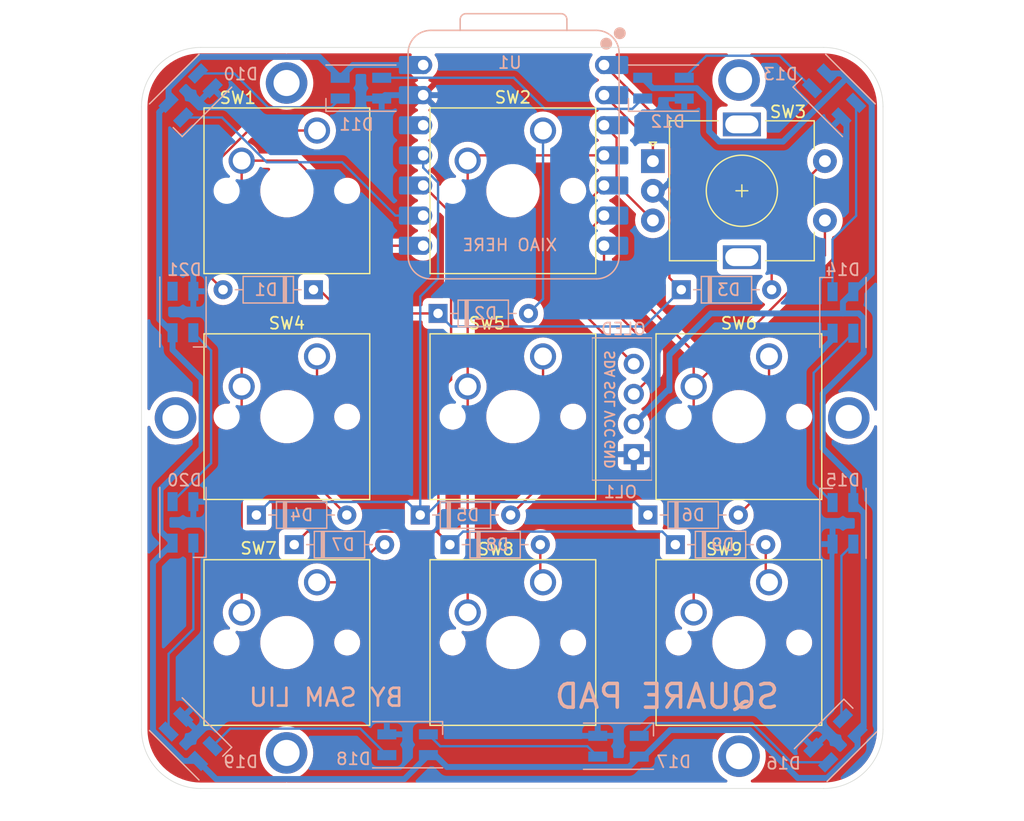
<source format=kicad_pcb>
(kicad_pcb (version 20240108) (generator "pcbnew") (generator_version "8.0")
  (layers (0 "F.Cu" signal) (31 "B.Cu" signal) (34 "B.Paste" user) (35 "F.Paste" user) (36 "B.SilkS" user "B.Silkscreen") (37 "F.SilkS" user "F.Silkscreen") (38 "B.Mask" user) (39 "F.Mask" user) (44 "Edge.Cuts" user))
  (net 0 "")
  (net 1 "ROW0")
  (net 2 "Net-(D1-A)")
  (net 3 "Net-(D2-A)")
  (net 4 "ROW1")
  (net 5 "Net-(D4-A)")
  (net 6 "Net-(D5-A)")
  (net 7 "Net-(D6-A)")
  (net 8 "ROW2")
  (net 9 "Net-(D7-A)")
  (net 10 "Net-(D8-A)")
  (net 11 "+5V")
  (net 12 "LED")
  (net 13 "GND")
  (net 14 "Net-(D10-DOUT)")
  (net 15 "Net-(D11-DOUT)")
  (net 16 "Net-(D12-DOUT)")
  (net 17 "Net-(D13-DOUT)")
  (net 18 "Net-(D14-DOUT)")
  (net 19 "Net-(D16-DOUT)")
  (net 20 "OL_SCL")
  (net 21 "OL_SDA")
  (net 22 "COL0")
  (net 23 "COL1")
  (net 24 "COL2")
  (net 25 "EN_SW1")
  (net 27 "EN_A")
  (net 28 "EN_B")
  (net 29 "Net-(D9-A)")
  (net 30 "Net-(D18-DOUT)")
  (net 31 "Net-(D19-DOUT)")
  (net 32 "Net-(D20-DOUT)")
  (net 33 "Net-(D17-DOUT)")
  (net 35 "Net-(D15-DOUT)")
  (footprint "MountingHole:MountingHole_2.2mm_M2_ISO7380_Pad" (layer "F.Cu") (at 166.422 128.791661)
    (property "Reference" "REF**" (hide yes))
    (property "Value" "MountingHole_2.2mm_M2_ISO7380_Pad")
    (pad "1" thru_hole circle (at 0 0) (size 3.5 3.5) (drill 2.2) (layers "*.Cu" "*.Mask"))
  )
  (footprint "Library:SW_Cherry_MX_1.00u_PCB" (layer "F.Cu") (at 130.85 95.0765)
    (property "Reference" "SW4" (at -2.54 -2.794 0) (layer "F.SilkS"))
    (property "Value" "SW_Push")
    (pad "" np_thru_hole circle (at -7.62 5.08) (size 1.7 1.7) (drill 1.7) (layers "*.Cu" "*.Mask"))
    (pad "" np_thru_hole circle (at -2.54 5.08) (size 4 4) (drill 4) (layers "*.Cu" "*.Mask"))
    (pad "" np_thru_hole circle (at 2.54 5.08) (size 1.7 1.7) (drill 1.7) (layers "*.Cu" "*.Mask"))
    (pad "1" thru_hole circle (at 0 0) (size 2.2 2.2) (drill 1.5) (layers "*.Cu" "*.Mask") (net 5 "Net-(D4-A)"))
    (pad "2" thru_hole circle (at -6.35 2.54) (size 2.2 2.2) (drill 1.5) (layers "*.Cu" "*.Mask") (net 22 "COL0"))
  )
  (footprint "Rotary_Encoder:RotaryEncoder_Alps_EC11E-Switch_Vertical_H20mm" (layer "F.Cu") (at 159.16 78.6065)
    (property "Reference" "SW3" (at 11.392 -4.155 0) (layer "F.SilkS"))
    (property "Value" "RotaryEncoder_Switch")
    (pad "A" thru_hole rect (at 0 0) (size 2 2) (drill 1) (layers "*.Cu" "*.Mask") (net 27 "EN_A"))
    (pad "B" thru_hole circle (at 0 5) (size 2 2) (drill 1) (layers "*.Cu" "*.Mask") (net 28 "EN_B"))
    (pad "C" thru_hole circle (at 0 2.5) (size 2 2) (drill 1) (layers "*.Cu" "*.Mask") (net 13 "GND"))
    (pad "MP" thru_hole rect (at 7.5 -3.1) (size 3.2 2) (drill oval 2.8 1.5) (layers "*.Cu" "*.Mask"))
    (pad "MP" thru_hole rect (at 7.5 8.1) (size 3.2 2) (drill oval 2.8 1.5) (layers "*.Cu" "*.Mask"))
    (pad "S1" thru_hole circle (at 14.5 5) (size 2 2) (drill 1) (layers "*.Cu" "*.Mask") (net 24 "COL2"))
    (pad "S2" thru_hole circle (at 14.5 0) (size 2 2) (drill 1) (layers "*.Cu" "*.Mask") (net 25 "EN_SW1"))
  )
  (footprint "Library:SW_Cherry_MX_1.00u_PCB" (layer "F.Cu") (at 130.85 76.0265)
    (property "Reference" "SW1" (at -6.678 -2.759839 0) (layer "F.SilkS"))
    (property "Value" "SW_Push")
    (pad "" np_thru_hole circle (at -7.62 5.08) (size 1.7 1.7) (drill 1.7) (layers "*.Cu" "*.Mask"))
    (pad "" np_thru_hole circle (at -2.54 5.08) (size 4 4) (drill 4) (layers "*.Cu" "*.Mask"))
    (pad "" np_thru_hole circle (at 2.54 5.08) (size 1.7 1.7) (drill 1.7) (layers "*.Cu" "*.Mask"))
    (pad "1" thru_hole circle (at 0 0) (size 2.2 2.2) (drill 1.5) (layers "*.Cu" "*.Mask") (net 2 "Net-(D1-A)"))
    (pad "2" thru_hole circle (at -6.35 2.54) (size 2.2 2.2) (drill 1.5) (layers "*.Cu" "*.Mask") (net 22 "COL0"))
  )
  (footprint "Library:SW_Cherry_MX_1.00u_PCB" (layer "F.Cu") (at 168.95 114.1265)
    (property "Reference" "SW9" (at -3.778 -2.794 0) (layer "F.SilkS"))
    (property "Value" "SW_Push")
    (pad "" np_thru_hole circle (at -7.62 5.08) (size 1.7 1.7) (drill 1.7) (layers "*.Cu" "*.Mask"))
    (pad "" np_thru_hole circle (at -2.54 5.08) (size 4 4) (drill 4) (layers "*.Cu" "*.Mask"))
    (pad "" np_thru_hole circle (at 2.54 5.08) (size 1.7 1.7) (drill 1.7) (layers "*.Cu" "*.Mask"))
    (pad "1" thru_hole circle (at 0 0) (size 2.2 2.2) (drill 1.5) (layers "*.Cu" "*.Mask") (net 29 "Net-(D9-A)"))
    (pad "2" thru_hole circle (at -6.35 2.54) (size 2.2 2.2) (drill 1.5) (layers "*.Cu" "*.Mask") (net 24 "COL2"))
  )
  (footprint "MountingHole:MountingHole_2.2mm_M2_ISO7380_Pad" (layer "F.Cu") (at 118.922 100.266661)
    (property "Reference" "REF**" (hide yes))
    (property "Value" "MountingHole_2.2mm_M2_ISO7380_Pad")
    (pad "1" thru_hole circle (at 0 0) (size 3.5 3.5) (drill 2.2) (layers "*.Cu" "*.Mask"))
  )
  (footprint "Library:SW_Cherry_MX_1.00u_PCB" (layer "F.Cu") (at 130.85 114.1265)
    (property "Reference" "SW7" (at -4.928 -2.859839 0) (layer "F.SilkS"))
    (property "Value" "SW_Push")
    (pad "" np_thru_hole circle (at -7.62 5.08) (size 1.7 1.7) (drill 1.7) (layers "*.Cu" "*.Mask"))
    (pad "" np_thru_hole circle (at -2.54 5.08) (size 4 4) (drill 4) (layers "*.Cu" "*.Mask"))
    (pad "" np_thru_hole circle (at 2.54 5.08) (size 1.7 1.7) (drill 1.7) (layers "*.Cu" "*.Mask"))
    (pad "1" thru_hole circle (at 0 0) (size 2.2 2.2) (drill 1.5) (layers "*.Cu" "*.Mask") (net 9 "Net-(D7-A)"))
    (pad "2" thru_hole circle (at -6.35 2.54) (size 2.2 2.2) (drill 1.5) (layers "*.Cu" "*.Mask") (net 22 "COL0"))
  )
  (footprint "MountingHole:MountingHole_2.2mm_M2_ISO7380_Pad" (layer "F.Cu") (at 175.672 100.266661)
    (property "Reference" "REF**" (hide yes))
    (property "Value" "MountingHole_2.2mm_M2_ISO7380_Pad")
    (pad "1" thru_hole circle (at 0 0) (size 3.5 3.5) (drill 2.2) (layers "*.Cu" "*.Mask"))
  )
  (footprint "Library:SW_Cherry_MX_1.00u_PCB" (layer "F.Cu") (at 149.9 76.0265)
    (property "Reference" "SW2" (at -2.54 -2.794 0) (layer "F.SilkS"))
    (property "Value" "SW_Push")
    (pad "" np_thru_hole circle (at -7.62 5.08) (size 1.7 1.7) (drill 1.7) (layers "*.Cu" "*.Mask"))
    (pad "" np_thru_hole circle (at -2.54 5.08) (size 4 4) (drill 4) (layers "*.Cu" "*.Mask"))
    (pad "" np_thru_hole circle (at 2.54 5.08) (size 1.7 1.7) (drill 1.7) (layers "*.Cu" "*.Mask"))
    (pad "1" thru_hole circle (at 0 0) (size 2.2 2.2) (drill 1.5) (layers "*.Cu" "*.Mask") (net 3 "Net-(D2-A)"))
    (pad "2" thru_hole circle (at -6.35 2.54) (size 2.2 2.2) (drill 1.5) (layers "*.Cu" "*.Mask") (net 23 "COL1"))
  )
  (footprint "MountingHole:MountingHole_2.2mm_M2_ISO7380_Pad" (layer "F.Cu") (at 128.285 72.016661)
    (property "Reference" "REF**" (hide yes))
    (property "Value" "MountingHole_2.2mm_M2_ISO7380_Pad")
    (pad "1" thru_hole circle (at 0 0) (size 3.5 3.5) (drill 2.2) (layers "*.Cu" "*.Mask"))
  )
  (footprint "Library:SW_Cherry_MX_1.00u_PCB" (layer "F.Cu") (at 149.9 95.0765)
    (property "Reference" "SW5" (at -4.728 -2.794 0) (layer "F.SilkS"))
    (property "Value" "SW_Push")
    (pad "" np_thru_hole circle (at -7.62 5.08) (size 1.7 1.7) (drill 1.7) (layers "*.Cu" "*.Mask"))
    (pad "" np_thru_hole circle (at -2.54 5.08) (size 4 4) (drill 4) (layers "*.Cu" "*.Mask"))
    (pad "" np_thru_hole circle (at 2.54 5.08) (size 1.7 1.7) (drill 1.7) (layers "*.Cu" "*.Mask"))
    (pad "1" thru_hole circle (at 0 0) (size 2.2 2.2) (drill 1.5) (layers "*.Cu" "*.Mask") (net 6 "Net-(D5-A)"))
    (pad "2" thru_hole circle (at -6.35 2.54) (size 2.2 2.2) (drill 1.5) (layers "*.Cu" "*.Mask") (net 23 "COL1"))
  )
  (footprint "Library:SW_Cherry_MX_1.00u_PCB" (layer "F.Cu") (at 149.9 114.1265)
    (property "Reference" "SW8" (at -3.978 -2.794 0) (layer "F.SilkS"))
    (property "Value" "SW_Push")
    (pad "" np_thru_hole circle (at -7.62 5.08) (size 1.7 1.7) (drill 1.7) (layers "*.Cu" "*.Mask"))
    (pad "" np_thru_hole circle (at -2.54 5.08) (size 4 4) (drill 4) (layers "*.Cu" "*.Mask"))
    (pad "" np_thru_hole circle (at 2.54 5.08) (size 1.7 1.7) (drill 1.7) (layers "*.Cu" "*.Mask"))
    (pad "1" thru_hole circle (at 0 0) (size 2.2 2.2) (drill 1.5) (layers "*.Cu" "*.Mask") (net 10 "Net-(D8-A)"))
    (pad "2" thru_hole circle (at -6.35 2.54) (size 2.2 2.2) (drill 1.5) (layers "*.Cu" "*.Mask") (net 23 "COL1"))
  )
  (footprint "Library:SW_Cherry_MX_1.00u_PCB" (layer "F.Cu") (at 168.95 95.0765)
    (property "Reference" "SW6" (at -2.54 -2.794 0) (layer "F.SilkS"))
    (property "Value" "SW_Push")
    (pad "" np_thru_hole circle (at -7.62 5.08) (size 1.7 1.7) (drill 1.7) (layers "*.Cu" "*.Mask"))
    (pad "" np_thru_hole circle (at -2.54 5.08) (size 4 4) (drill 4) (layers "*.Cu" "*.Mask"))
    (pad "" np_thru_hole circle (at 2.54 5.08) (size 1.7 1.7) (drill 1.7) (layers "*.Cu" "*.Mask"))
    (pad "1" thru_hole circle (at 0 0) (size 2.2 2.2) (drill 1.5) (layers "*.Cu" "*.Mask") (net 7 "Net-(D6-A)"))
    (pad "2" thru_hole circle (at -6.35 2.54) (size 2.2 2.2) (drill 1.5) (layers "*.Cu" "*.Mask") (net 24 "COL2"))
  )
  (footprint "MountingHole:MountingHole_2.2mm_M2_ISO7380_Pad" (layer "F.Cu") (at 166.422 71.766661)
    (property "Reference" "REF**" (hide yes))
    (property "Value" "MountingHole_2.2mm_M2_ISO7380_Pad")
    (pad "1" thru_hole circle (at 0 0) (size 3.5 3.5) (drill 2.2) (layers "*.Cu" "*.Mask"))
  )
  (footprint "MountingHole:MountingHole_2.2mm_M2_ISO7380_Pad" (layer "F.Cu") (at 128.285 128.516661)
    (property "Reference" "REF**" (hide yes))
    (property "Value" "MountingHole_2.2mm_M2_ISO7380_Pad")
    (pad "1" thru_hole circle (at 0 0) (size 3.5 3.5) (drill 2.2) (layers "*.Cu" "*.Mask"))
  )
  (footprint "Diode_THT:D_DO-35_SOD27_P7.62mm_Horizontal" (layer "B.Cu") (at 128.932 110.9515)
    (property "Reference" "D7" (at 4.12 0 0) (layer "B.SilkS") (effects (justify mirror)))
    (property "Value" "1N4148")
    (pad "1" thru_hole rect (at 0 0) (size 1.6 1.6) (drill 0.8) (layers "*.Cu" "*.Mask") (net 8 "ROW2"))
    (pad "2" thru_hole oval (at 7.62 0) (size 1.6 1.6) (drill 0.8) (layers "*.Cu" "*.Mask") (net 9 "Net-(D7-A)"))
  )
  (footprint "Library:LED_SK6812MINI_PLCC4_3.5x3.5mm_P1.75mm" (layer "B.Cu") (at 119.552 109.073653 -90)
    (property "Reference" "D20" (at -3.556992 -0.12 180) (layer "B.SilkS") (effects (justify mirror)))
    (property "Value" "SK6812MINI")
    (pad "1" smd rect (at -1.75 0.875 270) (size 1.6 0.85) (layers "B.Cu" "B.Paste" "B.Mask") (net 32 "Net-(D20-DOUT)"))
    (pad "2" smd rect (at -1.75 -0.875 270) (size 1.6 0.85) (layers "B.Cu" "B.Paste" "B.Mask") (net 13 "GND"))
    (pad "3" smd rect (at 1.75 -0.875 270) (size 1.6 0.85) (layers "B.Cu" "B.Paste" "B.Mask") (net 31 "Net-(D19-DOUT)"))
    (pad "4" smd rect (at 1.75 0.875 270) (size 1.6 0.85) (layers "B.Cu" "B.Paste" "B.Mask") (net 11 "+5V"))
  )
  (footprint "Diode_THT:D_DO-35_SOD27_P7.62mm_Horizontal" (layer "B.Cu") (at 142.052 110.9515)
    (property "Reference" "D8" (at 4 0 0) (layer "B.SilkS") (effects (justify mirror)))
    (property "Value" "1N4148")
    (pad "1" thru_hole rect (at 0 0) (size 1.6 1.6) (drill 0.8) (layers "*.Cu" "*.Mask") (net 8 "ROW2"))
    (pad "2" thru_hole oval (at 7.62 0) (size 1.6 1.6) (drill 0.8) (layers "*.Cu" "*.Mask") (net 10 "Net-(D8-A)"))
  )
  (footprint "Diode_THT:D_DO-35_SOD27_P7.62mm_Horizontal" (layer "B.Cu") (at 141.052 91.4515)
    (property "Reference" "D2" (at 4 0 0) (layer "B.SilkS") (effects (justify mirror)))
    (property "Value" "1N4148")
    (pad "1" thru_hole rect (at 0 0) (size 1.6 1.6) (drill 0.8) (layers "*.Cu" "*.Mask") (net 1 "ROW0"))
    (pad "2" thru_hole oval (at 7.62 0) (size 1.6 1.6) (drill 0.8) (layers "*.Cu" "*.Mask") (net 3 "Net-(D2-A)"))
  )
  (footprint "Library:LED_SK6812MINI_PLCC4_3.5x3.5mm_P1.75mm" (layer "B.Cu") (at 120.195845 73.070218 -135)
    (property "Reference" "D10" (at -4.26365 -1.713035 180) (layer "B.SilkS") (effects (justify mirror)))
    (property "Value" "SK6812MINI")
    (pad "1" smd rect (at -1.749999 0.875 225) (size 1.6 0.85) (layers "B.Cu" "B.Paste" "B.Mask") (net 14 "Net-(D10-DOUT)"))
    (pad "2" smd rect (at -1.749999 -0.875 225) (size 1.6 0.85) (layers "B.Cu" "B.Paste" "B.Mask") (net 13 "GND"))
    (pad "3" smd rect (at 1.749999 -0.875 225) (size 1.6 0.85) (layers "B.Cu" "B.Paste" "B.Mask") (net 12 "LED"))
    (pad "4" smd rect (at 1.749999 0.875 225) (size 1.6 0.85) (layers "B.Cu" "B.Paste" "B.Mask") (net 11 "+5V"))
  )
  (footprint "Diode_THT:D_DO-35_SOD27_P7.62mm_Horizontal" (layer "B.Cu") (at 158.742 108.4515)
    (property "Reference" "D6" (at 3.81 0 0) (layer "B.SilkS") (effects (justify mirror)))
    (property "Value" "1N4148")
    (pad "1" thru_hole rect (at 0 0) (size 1.6 1.6) (drill 0.8) (layers "*.Cu" "*.Mask") (net 4 "ROW1"))
    (pad "2" thru_hole oval (at 7.62 0) (size 1.6 1.6) (drill 0.8) (layers "*.Cu" "*.Mask") (net 7 "Net-(D6-A)"))
  )
  (footprint "Library:LED_SK6812MINI_PLCC4_3.5x3.5mm_P1.75mm" (layer "B.Cu") (at 175.177 109.152797 90)
    (property "Reference" "D15" (at 3.636136 -0.005 0) (layer "B.SilkS") (effects (justify mirror)))
    (property "Value" "SK6812MINI")
    (pad "1" smd rect (at -1.75 0.875 90) (size 1.6 0.85) (layers "B.Cu" "B.Paste" "B.Mask") (net 35 "Net-(D15-DOUT)"))
    (pad "2" smd rect (at -1.75 -0.875 90) (size 1.6 0.85) (layers "B.Cu" "B.Paste" "B.Mask") (net 13 "GND"))
    (pad "3" smd rect (at 1.75 -0.875 90) (size 1.6 0.85) (layers "B.Cu" "B.Paste" "B.Mask") (net 18 "Net-(D14-DOUT)"))
    (pad "4" smd rect (at 1.75 0.875 90) (size 1.6 0.85) (layers "B.Cu" "B.Paste" "B.Mask") (net 11 "+5V"))
  )
  (footprint "Diode_THT:D_DO-35_SOD27_P7.62mm_Horizontal" (layer "B.Cu") (at 139.552 108.4515)
    (property "Reference" "D5" (at 4 0 0) (layer "B.SilkS") (effects (justify mirror)))
    (property "Value" "1N4148")
    (pad "1" thru_hole rect (at 0 0) (size 1.6 1.6) (drill 0.8) (layers "*.Cu" "*.Mask") (net 4 "ROW1"))
    (pad "2" thru_hole oval (at 7.62 0) (size 1.6 1.6) (drill 0.8) (layers "*.Cu" "*.Mask") (net 6 "Net-(D5-A)"))
  )
  (footprint "Library:LED_SK6812MINI_PLCC4_3.5x3.5mm_P1.75mm" (layer "B.Cu") (at 138.486171 127.8265)
    (property "Reference" "D18" (at -4.564171 1.190161 0) (layer "B.SilkS") (effects (justify mirror)))
    (property "Value" "SK6812MINI")
    (pad "1" smd rect (at -1.75 0.875) (size 1.6 0.85) (layers "B.Cu" "B.Paste" "B.Mask") (net 30 "Net-(D18-DOUT)"))
    (pad "2" smd rect (at -1.75 -0.875) (size 1.6 0.85) (layers "B.Cu" "B.Paste" "B.Mask") (net 13 "GND"))
    (pad "3" smd rect (at 1.75 -0.875) (size 1.6 0.85) (layers "B.Cu" "B.Paste" "B.Mask") (net 33 "Net-(D17-DOUT)"))
    (pad "4" smd rect (at 1.75 0.875) (size 1.6 0.85) (layers "B.Cu" "B.Paste" "B.Mask") (net 11 "+5V"))
  )
  (footprint "Seeed Studio XIAO Series Library:XIAO-RP2040-DIP" (layer "B.Cu") (at 147.42 78.12 180)
    (property "Reference" "U1" (at 0.32 7.82 0) (layer "B.SilkS") (effects (justify mirror)))
    (property "Value" "XIAO-RP2040-DIP")
    (pad "1" smd roundrect (at -8.455 7.62) (size 2.432 1.524) (layers "B.Cu" "B.Mask") (roundrect_rratio 0.1) (net 1 "ROW0"))
    (pad "1" thru_hole circle (at -7.62 7.62) (size 1.524 1.524) (drill 0.889) (layers "*.Cu" "*.Mask") (net 1 "ROW0"))
    (pad "2" smd roundrect (at -8.455 5.08) (size 2.432 1.524) (layers "B.Cu" "B.Mask") (roundrect_rratio 0.1) (net 27 "EN_A"))
    (pad "2" thru_hole circle (at -7.62 5.08) (size 1.524 1.524) (drill 0.889) (layers "*.Cu" "*.Mask") (net 27 "EN_A"))
    (pad "3" smd roundrect (at -8.455 2.54) (size 2.432 1.524) (layers "B.Cu" "B.Mask") (roundrect_rratio 0.1) (net 28 "EN_B"))
    (pad "3" thru_hole circle (at -7.62 2.54) (size 1.524 1.524) (drill 0.889) (layers "*.Cu" "*.Mask") (net 28 "EN_B"))
    (pad "4" smd roundrect (at -8.455 0) (size 2.432 1.524) (layers "B.Cu" "B.Mask") (roundrect_rratio 0.1) (net 23 "COL1"))
    (pad "4" thru_hole circle (at -7.62 0) (size 1.524 1.524) (drill 0.889) (layers "*.Cu" "*.Mask") (net 23 "COL1"))
    (pad "5" smd roundrect (at -8.455 -2.54) (size 2.432 1.524) (layers "B.Cu" "B.Mask") (roundrect_rratio 0.1) (net 21 "OL_SDA"))
    (pad "5" thru_hole circle (at -7.62 -2.54) (size 1.524 1.524) (drill 0.889) (layers "*.Cu" "*.Mask") (net 21 "OL_SDA"))
    (pad "6" smd roundrect (at -8.455 -5.08) (size 2.432 1.524) (layers "B.Cu" "B.Mask") (roundrect_rratio 0.1) (net 20 "OL_SCL"))
    (pad "6" thru_hole circle (at -7.62 -5.08) (size 1.524 1.524) (drill 0.889) (layers "*.Cu" "*.Mask") (net 20 "OL_SCL"))
    (pad "7" smd roundrect (at -8.455 -7.62) (size 2.432 1.524) (layers "B.Cu" "B.Mask") (roundrect_rratio 0.1) (net 24 "COL2"))
    (pad "7" thru_hole circle (at -7.62 -7.62) (size 1.524 1.524) (drill 0.889) (layers "*.Cu" "*.Mask") (net 24 "COL2"))
    (pad "8" thru_hole circle (at 7.62 -7.62 180) (size 1.524 1.524) (drill 0.889) (layers "*.Cu" "*.Mask") (net 22 "COL0"))
    (pad "8" smd roundrect (at 8.455 -7.62 180) (size 2.432 1.524) (layers "B.Cu" "B.Mask") (roundrect_rratio 0.1) (net 22 "COL0"))
    (pad "9" thru_hole circle (at 7.62 -5.08 180) (size 1.524 1.524) (drill 0.889) (layers "*.Cu" "*.Mask") (net 12 "LED"))
    (pad "9" smd roundrect (at 8.455 -5.08 180) (size 2.432 1.524) (layers "B.Cu" "B.Mask") (roundrect_rratio 0.1) (net 12 "LED"))
    (pad "10" thru_hole circle (at 7.62 -2.54 180) (size 1.524 1.524) (drill 0.889) (layers "*.Cu" "*.Mask") (net 8 "ROW2"))
    (pad "10" smd roundrect (at 8.455 -2.54 180) (size 2.432 1.524) (layers "B.Cu" "B.Mask") (roundrect_rratio 0.1) (net 8 "ROW2"))
    (pad "11" thru_hole circle (at 7.62 0 180) (size 1.524 1.524) (drill 0.889) (layers "*.Cu" "*.Mask") (net 4 "ROW1"))
    (pad "11" smd roundrect (at 8.455 0 180) (size 2.432 1.524) (layers "B.Cu" "B.Mask") (roundrect_rratio 0.1) (net 4 "ROW1"))
    (pad "12" thru_hole circle (at 7.62 2.54 180) (size 1.524 1.524) (drill 0.889) (layers "*.Cu" "*.Mask"))
    (pad "12" smd roundrect (at 8.455 2.54 180) (size 2.432 1.524) (layers "B.Cu" "B.Mask") (roundrect_rratio 0.1))
    (pad "13" thru_hole circle (at 7.62 5.08 180) (size 1.524 1.524) (drill 0.889) (layers "*.Cu" "*.Mask") (net 13 "GND"))
    (pad "13" smd roundrect (at 8.455 5.08 180) (size 2.432 1.524) (layers "B.Cu" "B.Mask") (roundrect_rratio 0.1) (net 13 "GND"))
    (pad "14" thru_hole circle (at 7.62 7.62 180) (size 1.524 1.524) (drill 0.889) (layers "*.Cu" "*.Mask") (net 11 "+5V"))
    (pad "14" smd roundrect (at 8.455 7.62 180) (size 2.432 1.524) (layers "B.Cu" "B.Mask") (roundrect_rratio 0.1) (net 11 "+5V"))
  )
  (footprint "KiCad-SSD1306-0.91-OLED-4pin-128x32:SSD1306-0.91-OLED-4pin-128x32" (layer "B.Cu") (at 121.052 105.514)
    (property "Reference" "OL1" (at 35.37 1.002661 0) (layer "B.SilkS") (effects (justify mirror)))
    (property "Value" "OLED")
    (fp_text user "SDA" (at 34.5 -9.81 90) (layer "B.SilkS") (effects (font (size 0.8 0.8)) (justify mirror)))
    (fp_text user "SCL" (at 34.5 -7.27 90) (layer "B.SilkS") (effects (font (size 0.8 0.8)) (justify mirror)))
    (fp_text user "OLED" (at 35.62 -12.747339 0) (layer "B.SilkS") (effects (justify mirror)))
    (fp_text user "GND" (at 34.5 -2.19 90) (layer "B.SilkS") (effects (font (size 0.8 0.8)) (justify mirror)))
    (fp_text user "VCC" (at 34.5 -4.73 90) (layer "B.SilkS") (effects (font (size 0.8 0.8)) (justify mirror)))
    (pad "1" thru_hole rect (at 36.5 -2.19) (size 1.7 1.7) (drill 1) (layers "*.Cu" "*.Mask") (net 13 "GND"))
    (pad "2" thru_hole oval (at 36.5 -4.73) (size 1.7 1.7) (drill 1) (layers "*.Cu" "*.Mask") (net 11 "+5V"))
    (pad "3" thru_hole oval (at 36.5 -7.27) (size 1.7 1.7) (drill 1) (layers "*.Cu" "*.Mask") (net 20 "OL_SCL"))
    (pad "4" thru_hole oval (at 36.5 -9.81) (size 1.7 1.7) (drill 1) (layers "*.Cu" "*.Mask") (net 21 "OL_SDA"))
  )
  (footprint "Library:LED_SK6812MINI_PLCC4_3.5x3.5mm_P1.75mm" (layer "B.Cu") (at 174.552 127.4515 45)
    (property "Reference" "D16" (at -4.472128 -1.722127 0) (layer "B.SilkS") (effects (justify mirror)))
    (property "Value" "SK6812MINI")
    (pad "1" smd rect (at -1.749999 0.875 45) (size 1.6 0.85) (layers "B.Cu" "B.Paste" "B.Mask") (net 19 "Net-(D16-DOUT)"))
    (pad "2" smd rect (at -1.749999 -0.875 45) (size 1.6 0.85) (layers "B.Cu" "B.Paste" "B.Mask") (net 13 "GND"))
    (pad "3" smd rect (at 1.749999 -0.875 45) (size 1.6 0.85) (layers "B.Cu" "B.Paste" "B.Mask") (net 35 "Net-(D15-DOUT)"))
    (pad "4" smd rect (at 1.749999 0.875 45) (size 1.6 0.85) (layers "B.Cu" "B.Paste" "B.Mask") (net 11 "+5V"))
  )
  (footprint "Diode_THT:D_DO-35_SOD27_P7.62mm_Horizontal" (layer "B.Cu") (at 161.552 89.4515)
    (property "Reference" "D3" (at 4 0 0) (layer "B.SilkS") (effects (justify mirror)))
    (property "Value" "1N4148")
    (pad "1" thru_hole rect (at 0 0) (size 1.6 1.6) (drill 0.8) (layers "*.Cu" "*.Mask") (net 1 "ROW0"))
    (pad "2" thru_hole oval (at 7.62 0) (size 1.6 1.6) (drill 0.8) (layers "*.Cu" "*.Mask") (net 25 "EN_SW1"))
  )
  (footprint "Library:LED_SK6812MINI_PLCC4_3.5x3.5mm_P1.75mm" (layer "B.Cu") (at 160.052 72.4515 180)
    (property "Reference" "D12" (at -0.37 -2.815161 180) (layer "B.SilkS") (effects (justify mirror)))
    (property "Value" "SK6812MINI")
    (pad "1" smd rect (at -1.75 0.875 180) (size 1.6 0.85) (layers "B.Cu" "B.Paste" "B.Mask") (net 16 "Net-(D12-DOUT)"))
    (pad "2" smd rect (at -1.75 -0.875 180) (size 1.6 0.85) (layers "B.Cu" "B.Paste" "B.Mask") (net 13 "GND"))
    (pad "3" smd rect (at 1.75 -0.875 180) (size 1.6 0.85) (layers "B.Cu" "B.Paste" "B.Mask") (net 15 "Net-(D11-DOUT)"))
    (pad "4" smd rect (at 1.75 0.875 180) (size 1.6 0.85) (layers "B.Cu" "B.Paste" "B.Mask") (net 11 "+5V"))
  )
  (footprint "Diode_THT:D_DO-35_SOD27_P7.62mm_Horizontal" (layer "B.Cu") (at 161.052 110.9515)
    (property "Reference" "D9" (at 4 0 0) (layer "B.SilkS") (effects (justify mirror)))
    (property "Value" "1N4148")
    (pad "1" thru_hole rect (at 0 0) (size 1.6 1.6) (drill 0.8) (layers "*.Cu" "*.Mask") (net 8 "ROW2"))
    (pad "2" thru_hole oval (at 7.62 0) (size 1.6 1.6) (drill 0.8) (layers "*.Cu" "*.Mask") (net 29 "Net-(D9-A)"))
  )
  (footprint "Library:LED_SK6812MINI_PLCC4_3.5x3.5mm_P1.75mm" (layer "B.Cu") (at 174.433282 73.070218 135)
    (property "Reference" "D13" (at 4.465265 -1.914651 0) (layer "B.SilkS") (effects (justify mirror)))
    (property "Value" "SK6812MINI")
    (pad "1" smd rect (at -1.749999 0.875 135) (size 1.6 0.85) (layers "B.Cu" "B.Paste" "B.Mask") (net 17 "Net-(D13-DOUT)"))
    (pad "2" smd rect (at -1.749999 -0.875 135) (size 1.6 0.85) (layers "B.Cu" "B.Paste" "B.Mask") (net 13 "GND"))
    (pad "3" smd rect (at 1.749999 -0.875 135) (size 1.6 0.85) (layers "B.Cu" "B.Paste" "B.Mask") (net 16 "Net-(D12-DOUT)"))
    (pad "4" smd rect (at 1.749999 0.875 135) (size 1.6 0.85) (layers "B.Cu" "B.Paste" "B.Mask") (net 11 "+5V"))
  )
  (footprint "Library:LED_SK6812MINI_PLCC4_3.5x3.5mm_P1.75mm" (layer "B.Cu") (at 175.177 91.368919 90)
    (property "Reference" "D14" (at 3.602258 -0.005 0) (layer "B.SilkS") (effects (justify mirror)))
    (property "Value" "SK6812MINI")
    (pad "1" smd rect (at -1.75 0.875 90) (size 1.6 0.85) (layers "B.Cu" "B.Paste" "B.Mask") (net 18 "Net-(D14-DOUT)"))
    (pad "2" smd rect (at -1.75 -0.875 90) (size 1.6 0.85) (layers "B.Cu" "B.Paste" "B.Mask") (net 13 "GND"))
    (pad "3" smd rect (at 1.75 -0.875 90) (size 1.6 0.85) (layers "B.Cu" "B.Paste" "B.Mask") (net 17 "Net-(D13-DOUT)"))
    (pad "4" smd rect (at 1.75 0.875 90) (size 1.6 0.85) (layers "B.Cu" "B.Paste" "B.Mask") (net 11 "+5V"))
  )
  (footprint "Diode_THT:D_DO-35_SOD27_P7.62mm_Horizontal" (layer "B.Cu") (at 130.552 89.4515 180)
    (property "Reference" "D1" (at 4 0 180) (layer "B.SilkS") (effects (justify mirror)))
    (property "Value" "1N4148")
    (pad "1" thru_hole rect (at 0 0 180) (size 1.6 1.6) (drill 0.8) (layers "*.Cu" "*.Mask") (net 1 "ROW0"))
    (pad "2" thru_hole oval (at 7.62 0 180) (size 1.6 1.6) (drill 0.8) (layers "*.Cu" "*.Mask") (net 2 "Net-(D1-A)"))
  )
  (footprint "Library:LED_SK6812MINI_PLCC4_3.5x3.5mm_P1.75mm" (layer "B.Cu") (at 119.552 91.329347 -90)
    (property "Reference" "D21" (at -3.562686 -0.12 180) (layer "B.SilkS") (effects (justify mirror)))
    (property "Value" "SK6812MINI")
    (pad "1" smd rect (at -1.75 0.875 270) (size 1.6 0.85) (layers "B.Cu" "B.Paste" "B.Mask"))
    (pad "2" smd rect (at -1.75 -0.875 270) (size 1.6 0.85) (layers "B.Cu" "B.Paste" "B.Mask") (net 13 "GND"))
    (pad "3" smd rect (at 1.75 -0.875 270) (size 1.6 0.85) (layers "B.Cu" "B.Paste" "B.Mask") (net 32 "Net-(D20-DOUT)"))
    (pad "4" smd rect (at 1.75 0.875 270) (size 1.6 0.85) (layers "B.Cu" "B.Paste" "B.Mask") (net 11 "+5V"))
  )
  (footprint "Library:LED_SK6812MINI_PLCC4_3.5x3.5mm_P1.75mm" (layer "B.Cu") (at 120.195845 127.332782 -45)
    (property "Reference" "D19" (at 4.355802 -1.620884 0) (layer "B.SilkS") (effects (justify mirror)))
    (property "Value" "SK6812MINI")
    (pad "1" smd rect (at -1.749999 0.875 315) (size 1.6 0.85) (layers "B.Cu" "B.Paste" "B.Mask") (net 31 "Net-(D19-DOUT)"))
    (pad "2" smd rect (at -1.749999 -0.875 315) (size 1.6 0.85) (layers "B.Cu" "B.Paste" "B.Mask") (net 13 "GND"))
    (pad "3" smd rect (at 1.749999 -0.875 315) (size 1.6 0.85) (layers "B.Cu" "B.Paste" "B.Mask") (net 30 "Net-(D18-DOUT)"))
    (pad "4" smd rect (at 1.749999 0.875 315) (size 1.6 0.85) (layers "B.Cu" "B.Paste" "B.Mask") (net 11 "+5V"))
  )
  (footprint "Library:LED_SK6812MINI_PLCC4_3.5x3.5mm_P1.75mm" (layer "B.Cu") (at 134.552 72.4515 180)
    (property "Reference" "D11" (at 0.38 -3.065161 180) (layer "B.SilkS") (effects (justify mirror)))
    (property "Value" "SK6812MINI")
    (pad "1" smd rect (at -1.75 0.875 180) (size 1.6 0.85) (layers "B.Cu" "B.Paste" "B.Mask") (net 15 "Net-(D11-DOUT)"))
    (pad "2" smd rect (at -1.75 -0.875 180) (size 1.6 0.85) (layers "B.Cu" "B.Paste" "B.Mask") (net 13 "GND"))
    (pad "3" smd rect (at 1.75 -0.875 180) (size 1.6 0.85) (layers "B.Cu" "B.Paste" "B.Mask") (net 14 "Net-(D10-DOUT)"))
    (pad "4" smd rect (at 1.75 0.875 180) (size 1.6 0.85) (layers "B.Cu" "B.Paste" "B.Mask") (net 11 "+5V"))
  )
  (footprint "Library:LED_SK6812MINI_PLCC4_3.5x3.5mm_P1.75mm" (layer "B.Cu") (at 156.261674 127.9515)
    (property "Reference" "D17" (at 4.660326 1.315161 0) (layer "B.SilkS") (effects (justify mirror)))
    (property "Value" "SK6812MINI")
    (pad "1" smd rect (at -1.75 0.875) (size 1.6 0.85) (layers "B.Cu" "B.Paste" "B.Mask") (net 33 "Net-(D17-DOUT)"))
    (pad "2" smd rect (at -1.75 -0.875) (size 1.6 0.85) (layers "B.Cu" "B.Paste" "B.Mask") (net 13 "GND"))
    (pad "3" smd rect (at 1.75 -0.875) (size 1.6 0.85) (layers "B.Cu" "B.Paste" "B.Mask") (net 19 "Net-(D16-DOUT)"))
    (pad "4" smd rect (at 1.75 0.875) (size 1.6 0.85) (layers "B.Cu" "B.Paste" "B.Mask") (net 11 "+5V"))
  )
  (footprint "Diode_THT:D_DO-35_SOD27_P7.62mm_Horizontal" (layer "B.Cu") (at 125.742 108.4515)
    (property "Reference" "D4" (at 3.81 0 0) (layer "B.SilkS") (effects (justify mirror)))
    (property "Value" "1N4148")
    (pad "1" thru_hole rect (at 0 0) (size 1.6 1.6) (drill 0.8) (layers "*.Cu" "*.Mask") (net 4 "ROW1"))
    (pad "2" thru_hole oval (at 7.62 0) (size 1.6 1.6) (drill 0.8) (layers "*.Cu" "*.Mask") (net 5 "Net-(D4-A)"))
  )
  (gr_line (start 173.556472 131.516661) (end 121.056472 131.516661) (stroke (width 0.05)) (layer "Edge.Cuts"))
  (gr_line (start 116.056472 126.516661) (end 116.056472 74.016661) (stroke (width 0.05)) (layer "Edge.Cuts"))
  (gr_line (start 178.556472 74.016661) (end 178.556472 126.516661) (stroke (width 0.05)) (layer "Edge.Cuts"))
  (gr_arc (start 121.056472 131.516661) (mid 117.520956 130.052185) (end 116.056472 126.516661) (stroke (width 0.05)) (layer "Edge.Cuts"))
  (gr_arc (start 173.556472 69.016661) (mid 177.092024 70.481117) (end 178.556472 74.016661) (stroke (width 0.05)) (layer "Edge.Cuts"))
  (gr_line (start 121.056472 69.016661) (end 173.556472 69.016661) (stroke (width 0.05)) (layer "Edge.Cuts"))
  (gr_arc (start 178.556472 126.516661) (mid 177.092004 130.052185) (end 173.556472 131.516661) (stroke (width 0.05)) (layer "Edge.Cuts"))
  (gr_arc (start 116.056472 74.016661) (mid 117.520936 70.481117) (end 121.056472 69.016661) (stroke (width 0.05)) (layer "Edge.Cuts"))
  (gr_text "XIAO HERE" (at 151.172 86.266661 0) (layer "B.SilkS") (effects (font (size 1 1)) (justify left bottom mirror)))
  (gr_text "BY SAM LIU" (at 138.272 124.716661 0) (layer "B.SilkS") (effects (font (size 1.5 1.5) (thickness 0.225)) (justify left bottom mirror)))
  (gr_text "SQUARE PAD" (at 169.972 124.916661 0) (layer "B.SilkS") (effects (font (size 2 2) (thickness 0.3)) (justify left bottom mirror)))
  (segment (start 130.552 89.4515) (end 131.052 89.4515) (width 0.2) (layer "F.Cu") (net 1))
  (segment (start 133.052 91.4515) (end 141.052 91.4515) (width 0.2) (layer "F.Cu") (net 1))
  (segment (start 131.052 89.4515) (end 133.052 91.4515) (width 0.2) (layer "F.Cu") (net 1))
  (segment (start 161.552 89.4515) (end 160.552 88.4515) (width 0.2) (layer "F.Cu") (net 1))
  (segment (start 160.552 76.012) (end 155.04 70.5) (width 0.2) (layer "F.Cu") (net 1))
  (segment (start 160.552 88.4515) (end 160.552 76.012) (width 0.2) (layer "F.Cu") (net 1))
  (segment (start 141.052 91.4515) (end 142.152 92.5515) (width 0.2) (layer "B.Cu") (net 1))
  (segment (start 158.452 92.5515) (end 161.552 89.4515) (width 0.2) (layer "B.Cu") (net 1))
  (segment (start 142.152 92.5515) (end 158.452 92.5515) (width 0.2) (layer "B.Cu") (net 1))
  (segment (start 122.932 89.4515) (end 122.03 88.5495) (width 0.2) (layer "F.Cu") (net 2))
  (segment (start 122.03 79.056601) (end 125.060101 76.0265) (width 0.2) (layer "F.Cu") (net 2))
  (segment (start 125.060101 76.0265) (end 130.85 76.0265) (width 0.2) (layer "F.Cu") (net 2))
  (segment (start 122.03 88.5495) (end 122.03 79.056601) (width 0.2) (layer "F.Cu") (net 2))
  (segment (start 149.9 90.2235) (end 149.9 76.0265) (width 0.2) (layer "B.Cu") (net 3))
  (segment (start 148.672 91.4515) (end 149.9 90.2235) (width 0.2) (layer "B.Cu") (net 3))
  (segment (start 141.052 88.524214) (end 139.552 90.024214) (width 0.2) (layer "B.Cu") (net 4))
  (segment (start 140.052 108.4515) (end 141.152 107.3515) (width 0.2) (layer "B.Cu") (net 4))
  (segment (start 139.8 78.12) (end 139.8 79.158105) (width 0.2) (layer "B.Cu") (net 4))
  (segment (start 126.842 107.3515) (end 138.452 107.3515) (width 0.2) (layer "B.Cu") (net 4))
  (segment (start 141.152 107.3515) (end 157.642 107.3515) (width 0.2) (layer "B.Cu") (net 4))
  (segment (start 141.052 80.410105) (end 141.052 88.524214) (width 0.2) (layer "B.Cu") (net 4))
  (segment (start 125.742 108.4515) (end 126.842 107.3515) (width 0.2) (layer "B.Cu") (net 4))
  (segment (start 138.452 107.3515) (end 139.552 108.4515) (width 0.2) (layer "B.Cu") (net 4))
  (segment (start 139.552 90.024214) (end 139.552 108.4515) (width 0.2) (layer "B.Cu") (net 4))
  (segment (start 139.552 108.4515) (end 140.052 108.4515) (width 0.2) (layer "B.Cu") (net 4))
  (segment (start 139.8 79.158105) (end 141.052 80.410105) (width 0.2) (layer "B.Cu") (net 4))
  (segment (start 157.642 107.3515) (end 158.742 108.4515) (width 0.2) (layer "B.Cu") (net 4))
  (segment (start 130.85 105.9395) (end 130.85 95.0765) (width 0.2) (layer "F.Cu") (net 5))
  (segment (start 133.362 108.4515) (end 130.85 105.9395) (width 0.2) (layer "F.Cu") (net 5))
  (segment (start 149.9 95.0765) (end 149.9 105.7235) (width 0.2) (layer "F.Cu") (net 6))
  (segment (start 149.9 105.7235) (end 147.172 108.4515) (width 0.2) (layer "F.Cu") (net 6))
  (segment (start 168.95 105.8635) (end 166.362 108.4515) (width 0.2) (layer "F.Cu") (net 7))
  (segment (start 168.95 95.0765) (end 168.95 105.8635) (width 0.2) (layer "F.Cu") (net 7))
  (segment (start 141.08 109.9795) (end 141.08 98.106601) (width 0.2) (layer "F.Cu") (net 8))
  (segment (start 142.052 110.9515) (end 141.08 109.9795) (width 0.2) (layer "F.Cu") (net 8))
  (segment (start 141.08 98.106601) (end 142.152 97.034601) (width 0.2) (layer "F.Cu") (net 8))
  (segment (start 130.032 109.8515) (end 140.952 109.8515) (width 0.2) (layer "F.Cu") (net 8))
  (segment (start 142.152 83.012) (end 139.8 80.66) (width 0.2) (layer "F.Cu") (net 8))
  (segment (start 140.952 109.8515) (end 142.052 110.9515) (width 0.2) (layer "F.Cu") (net 8))
  (segment (start 142.152 97.034601) (end 142.152 83.012) (width 0.2) (layer "F.Cu") (net 8))
  (segment (start 128.932 110.9515) (end 130.032 109.8515) (width 0.2) (layer "F.Cu") (net 8))
  (segment (start 159.952 109.8515) (end 161.052 110.9515) (width 0.2) (layer "B.Cu") (net 8))
  (segment (start 143.152 109.8515) (end 159.952 109.8515) (width 0.2) (layer "B.Cu") (net 8))
  (segment (start 142.052 110.9515) (end 143.152 109.8515) (width 0.2) (layer "B.Cu") (net 8))
  (segment (start 136.052 110.9515) (end 132.877 114.1265) (width 0.2) (layer "F.Cu") (net 9))
  (segment (start 136.552 110.9515) (end 136.052 110.9515) (width 0.2) (layer "F.Cu") (net 9))
  (segment (start 132.877 114.1265) (end 130.85 114.1265) (width 0.2) (layer "F.Cu") (net 9))
  (segment (start 149.672 110.9515) (end 149.672 113.8985) (width 0.2) (layer "F.Cu") (net 10))
  (segment (start 149.672 113.8985) (end 149.9 114.1265) (width 0.2) (layer "F.Cu") (net 10))
  (segment (start 122.342287 130.716661) (end 138.22101 130.716661) (width 0.5) (layer "B.Cu") (net 11))
  (segment (start 118.33969 72.451498) (end 118.33969 73.688936) (width 0.5) (layer "B.Cu") (net 11))
  (segment (start 118.677 94.521661) (end 121.122 96.966661) (width 0.5) (layer "B.Cu") (net 11))
  (segment (start 157.552 100.784) (end 160.3845 97.9515) (width 0.5) (layer "B.Cu") (net 11))
  (segment (start 117.023484 112.477169) (end 117.023484 126.635296) (width 0.5) (layer "B.Cu") (net 11))
  (segment (start 176.509581 91.4515) (end 176.927 91.868919) (width 0.5) (layer "B.Cu") (net 11))
  (segment (start 117.552 74.476626) (end 117.552 91.954347) (width 0.5) (layer "B.Cu") (net 11))
  (segment (start 118.677 93.079347) (end 118.677 94.521661) (width 0.5) (layer "B.Cu") (net 11))
  (segment (start 132.802 71.5765) (end 131.042161 69.816661) (width 0.5) (layer "B.Cu") (net 11))
  (segment (start 117.658905 109.805558) (end 118.677 110.823653) (width 0.5) (layer "B.Cu") (net 11))
  (segment (start 176.408155 126.832782) (end 176.408155 128.07022) (width 0.5) (layer "B.Cu") (net 11))
  (segment (start 162.8515 72.4515) (end 159.1515 72.4515) (width 0.5) (layer "B.Cu") (net 11))
  (segment (start 177.605643 73.767704) (end 177.605643 88.065276) (width 0.5) (layer "B.Cu") (net 11))
  (segment (start 176.052 89.618919) (end 175.177 90.493919) (width 0.5) (layer "B.Cu") (net 11))
  (segment (start 158.386674 128.8265) (end 158.011674 128.8265) (width 0.5) (layer "B.Cu") (net 11))
  (segment (start 176.927 108.277797) (end 176.927 126.313937) (width 0.5) (layer "B.Cu") (net 11))
  (segment (start 121.122 96.966661) (end 121.122 102.816661) (width 0.5) (layer "B.Cu") (net 11))
  (segment (start 160.3845 97.9515) (end 160.552 97.9515) (width 0.5) (layer "B.Cu") (net 11))
  (segment (start 118.33969 73.688936) (end 117.552 74.476626) (width 0.5) (layer "B.Cu") (net 11))
  (segment (start 139.8 70.5) (end 133.8785 70.5) (width 0.5) (layer "B.Cu") (net 11))
  (segment (start 140.802 128.7015) (end 141.802 129.7015) (width 0.5) (layer "B.Cu") (net 11))
  (segment (start 175.177 91.4515) (end 176.509581 91.4515) (width 0.5) (layer "B.Cu") (net 11))
  (segment (start 119.577125 129.188937) (end 120.814563 129.188937) (width 0.5) (layer "B.Cu") (net 11))
  (segment (start 121.122 102.816661) (end 117.658905 106.279756) (width 0.5) (layer "B.Cu") (net 11))
  (segment (start 176.927 94.761661) (end 173.472 98.216661) (width 0.5) (layer "B.Cu") (net 11))
  (segment (start 175.4133 71.575361) (end 175.4133 71.675361) (width 0.5) (layer "B.Cu") (net 11))
  (segment (start 160.552 97.9515) (end 160.552 94.9515) (width 0.5) (layer "B.Cu") (net 11))
  (segment (start 171.36547 130.623861) (end 167.33327 126.591661) (width 0.5) (layer "B.Cu") (net 11))
  (segment (start 173.854514 130.623861) (end 171.36547 130.623861) (width 0.5) (layer "B.Cu") (net 11))
  (segment (start 173.472 102.816661) (end 176.052 105.396661) (width 0.5) (layer "B.Cu") (net 11))
  (segment (start 160.552 94.9515) (end 164.052 91.4515) (width 0.5) (layer "B.Cu") (net 11))
  (segment (start 176.927 91.868919) (end 176.927 94.761661) (width 0.5) (layer "B.Cu") (net 11))
  (segment (start 170.132161 76.9565) (end 164.7565 76.9565) (width 0.5) (layer "B.Cu") (net 11))
  (segment (start 117.658905 106.279756) (end 117.658905 109.805558) (width 0.5) (layer "B.Cu") (net 11))
  (segment (start 173.814564 71.214063) (end 175.052002 71.214063) (width 0.5) (layer "B.Cu") (net 11))
  (segment (start 175.177 90.493919) (end 175.177 91.4515) (width 0.5) (layer "B.Cu") (net 11))
  (segment (start 163.9 76.1) (end 163.9 73.5) (width 0.5) (layer "B.Cu") (net 11))
  (segment (start 167.33327 126.591661) (end 160.621513 126.591661) (width 0.5) (layer "B.Cu") (net 11))
  (segment (start 175.052002 71.214063) (end 177.605643 73.767704) (width 0.5) (layer "B.Cu") (net 11))
  (segment (start 117.552 91.954347) (end 118.677 93.079347) (width 0.5) (layer "B.Cu") (net 11))
  (segment (start 173.472 98.216661) (end 173.472 102.816661) (width 0.5) (layer "B.Cu") (net 11))
  (segment (start 176.927 126.313937) (end 176.408155 126.832782) (width 0.5) (layer "B.Cu") (net 11))
  (segment (start 131.042161 69.816661) (end 120.974527 69.816661) (width 0.5) (layer "B.Cu") (net 11))
  (segment (start 141.802 129.7015) (end 157.136674 129.7015) (width 0.5) (layer "B.Cu") (net 11))
  (segment (start 164.052 91.4515) (end 175.177 91.4515) (width 0.5) (layer "B.Cu") (net 11))
  (segment (start 160.621513 126.591661) (end 158.386674 128.8265) (width 0.5) (layer "B.Cu") (net 11))
  (segment (start 118.677 110.823653) (end 117.023484 112.477169) (width 0.5) (layer "B.Cu") (net 11))
  (segment (start 157.136674 129.7015) (end 158.011674 128.8265) (width 0.5) (layer "B.Cu") (net 11))
  (segment (start 175.4133 71.675361) (end 170.132161 76.9565) (width 0.5) (layer "B.Cu") (net 11))
  (segment (start 159.1515 72.4515) (end 158.302 71.602) (width 0.5) (layer "B.Cu") (net 11))
  (segment (start 138.22101 130.716661) (end 140.236171 128.7015) (width 0.5) (layer "B.Cu") (net 11))
  (segment (start 177.605643 88.065276) (end 176.052 89.618919) (width 0.5) (layer "B.Cu") (net 11))
  (segment (start 176.052 107.402797) (end 176.927 108.277797) (width 0.5) (layer "B.Cu") (net 11))
  (segment (start 140.236171 128.7015) (end 140.802 128.7015) (width 0.5) (layer "B.Cu") (net 11))
  (segment (start 163.9 73.5) (end 162.8515 72.4515) (width 0.5) (layer "B.Cu") (net 11))
  (segment (start 158.302 71.602) (end 158.302 71.5765) (width 0.5) (layer "B.Cu") (net 11))
  (segment (start 164.7565 76.9565) (end 163.9 76.1) (width 0.5) (layer "B.Cu") (net 11))
  (segment (start 133.8785 70.5) (end 132.802 71.5765) (width 0.5) (layer "B.Cu") (net 11))
  (segment (start 120.814563 129.188937) (end 122.342287 130.716661) (width 0.5) (layer "B.Cu") (net 11))
  (segment (start 120.974527 69.816661) (end 118.33969 72.451498) (width 0.5) (layer "B.Cu") (net 11))
  (segment (start 176.408155 128.07022) (end 173.854514 130.623861) (width 0.5) (layer "B.Cu") (net 11))
  (segment (start 176.052 105.396661) (end 176.052 107.402797) (width 0.5) (layer "B.Cu") (net 11))
  (segment (start 117.023484 126.635296) (end 119.577125 129.188937) (width 0.5) (layer "B.Cu") (net 11))
  (segment (start 126.613399 78.7) (end 122.839772 74.926373) (width 0.2) (layer "B.Cu") (net 12))
  (segment (start 132.961 78.7) (end 126.613399 78.7) (width 0.2) (layer "B.Cu") (net 12))
  (segment (start 122.839772 74.926373) (end 119.577127 74.926373) (width 0.2) (layer "B.Cu") (net 12))
  (segment (start 137.461 83.2) (end 132.961 78.7) (width 0.2) (layer "B.Cu") (net 12))
  (segment (start 139.8 83.2) (end 137.461 83.2) (width 0.2) (layer "B.Cu") (net 12))
  (segment (start 139.8 73.04) (end 141.56 73.04) (width 0.5) (layer "B.Cu") (net 13))
  (segment (start 136.5885 73.04) (end 136.302 73.3265) (width 0.5) (layer "B.Cu") (net 13))
  (segment (start 159.16 81.1065) (end 159.832161 81.1065) (width 0.5) (layer "B.Cu") (net 13))
  (segment (start 175.472 75.346373) (end 175.472 76.716661) (width 0.5) (layer "B.Cu") (net 13))
  (segment (start 141.56 73.04) (end 141.6 73) (width 0.5) (layer "B.Cu") (net 13))
  (segment (start 175.472 76.716661) (end 175.372 76.816661) (width 0.5) (layer "B.Cu") (net 13))
  (segment (start 174.302 93.636661) (end 173.422 94.516661) (width 0.5) (layer "B.Cu") (net 13))
  (segment (start 139.8 73.04) (end 136.5885 73.04) (width 0.5) (layer "B.Cu") (net 13))
  (segment (start 175.052 74.926373) (end 175.472 75.346373) (width 0.5) (layer "B.Cu") (net 13))
  (segment (start 159.832161 81.1065) (end 160.922 80.016661) (width 0.5) (layer "B.Cu") (net 13))
  (segment (start 174.302 93.118919) (end 174.302 93.636661) (width 0.5) (layer "B.Cu") (net 13))
  (segment (start 132.061839 74.066661) (end 132.802 73.3265) (width 0.2) (layer "B.Cu") (net 14))
  (segment (start 126.728687 74.066661) (end 132.061839 74.066661) (width 0.2) (layer "B.Cu") (net 14))
  (segment (start 123.876089 71.214063) (end 126.728687 74.066661) (width 0.2) (layer "B.Cu") (net 14))
  (segment (start 120.814563 71.214063) (end 123.876089 71.214063) (width 0.2) (layer "B.Cu") (net 14))
  (segment (start 150.053399 74.2) (end 157.4285 74.2) (width 0.2) (layer "B.Cu") (net 15))
  (segment (start 157.4285 74.2) (end 158.302 73.3265) (width 0.2) (layer "B.Cu") (net 15))
  (segment (start 136.302 71.5765) (end 147.429899 71.5765) (width 0.2) (layer "B.Cu") (net 15))
  (segment (start 147.429899 71.5765) (end 150.053399 74.2) (width 0.2) (layer "B.Cu") (net 15))
  (segment (start 158.242161 73.266661) (end 158.302 73.3265) (width 0.2) (layer "B.Cu") (net 15))
  (segment (start 136.302 71.5765) (end 136.302 71.658214) (width 0.2) (layer "B.Cu") (net 15))
  (segment (start 161.802 71.5765) (end 163.661839 69.716661) (width 0.2) (layer "B.Cu") (net 16))
  (segment (start 169.842288 69.716661) (end 172.577127 72.4515) (width 0.2) (layer "B.Cu") (net 16))
  (segment (start 163.661839 69.716661) (end 169.842288 69.716661) (width 0.2) (layer "B.Cu") (net 16))
  (segment (start 174.302 85.2015) (end 174.302 89.618919) (width 0.2) (layer "B.Cu") (net 17))
  (segment (start 176.289437 73.688936) (end 176.289437 83.214063) (width 0.2) (layer "B.Cu") (net 17))
  (segment (start 176.289437 83.214063) (end 174.302 85.2015) (width 0.2) (layer "B.Cu") (net 17))
  (segment (start 172.711499 105.812296) (end 174.302 107.402797) (width 0.2) (layer "B.Cu") (net 18))
  (segment (start 172.711499 96.45942) (end 172.711499 105.812296) (width 0.2) (layer "B.Cu") (net 18))
  (segment (start 176.052 93.118919) (end 172.711499 96.45942) (width 0.2) (layer "B.Cu") (net 18))
  (segment (start 167.519427 126) (end 159.088174 126) (width 0.2) (layer "B.Cu") (net 19))
  (segment (start 173.925627 129.3) (end 170.819427 129.3) (width 0.2) (layer "B.Cu") (net 19))
  (segment (start 173.933282 129.307655) (end 173.925627 129.3) (width 0.2) (layer "B.Cu") (net 19))
  (segment (start 170.819427 129.3) (end 167.519427 126) (width 0.2) (layer "B.Cu") (net 19))
  (segment (start 159.088174 126) (end 158.011674 127.0765) (width 0.2) (layer "B.Cu") (net 19))
  (segment (start 153.172 85.068) (end 153.172 88.516661) (width 0.2) (layer "F.Cu") (net 20))
  (segment (start 159.422 96.374) (end 157.552 98.244) (width 0.2) (layer "F.Cu") (net 20))
  (segment (start 159.422 94.766661) (end 159.422 96.374) (width 0.2) (layer "F.Cu") (net 20))
  (segment (start 153.172 88.516661) (end 159.422 94.766661) (width 0.2) (layer "F.Cu") (net 20))
  (segment (start 155.04 83.2) (end 153.172 85.068) (width 0.2) (layer "F.Cu") (net 20))
  (segment (start 155.04 80.66) (end 152.422 83.278) (width 0.2) (layer "F.Cu") (net 21))
  (segment (start 152.422 83.278) (end 152.422 90.574) (width 0.2) (layer "F.Cu") (net 21))
  (segment (start 152.422 90.574) (end 157.552 95.704) (width 0.2) (layer "F.Cu") (net 21))
  (segment (start 124.5 78.5665) (end 129.152944 78.5665) (width 0.2) (layer "F.Cu") (net 22))
  (segment (start 129.152944 78.5665) (end 136.326444 85.74) (width 0.2) (layer "F.Cu") (net 22))
  (segment (start 124.5 78.5665) (end 124.5 97.6165) (width 0.2) (layer "F.Cu") (net 22))
  (segment (start 124.5 97.6165) (end 124.5 116.6665) (width 0.2) (layer "F.Cu") (net 22))
  (segment (start 136.326444 85.74) (end 139.8 85.74) (width 0.2) (layer "F.Cu") (net 22))
  (segment (start 143.9965 78.12) (end 143.55 78.5665) (width 0.2) (layer "F.Cu") (net 23))
  (segment (start 143.55 78.5665) (end 143.55 97.6165) (width 0.2) (layer "F.Cu") (net 23))
  (segment (start 155.04 78.12) (end 143.9965 78.12) (width 0.2) (layer "F.Cu") (net 23))
  (segment (start 143.55 97.6165) (end 143.55 116.6665) (width 0.2) (layer "F.Cu") (net 23))
  (segment (start 173.66 83.6065) (end 173.66 86.5565) (width 0.2) (layer "F.Cu") (net 24))
  (segment (start 173.66 86.5565) (end 162.6 97.6165) (width 0.2) (layer "F.Cu") (net 24))
  (segment (start 155.04 85.74) (end 155.04 87.134661) (width 0.2) (layer "F.Cu") (net 24))
  (segment (start 162.6 97.6165) (end 162.6 116.6665) (width 0.2) (layer "F.Cu") (net 24))
  (segment (start 155.04 87.134661) (end 162.6 94.694661) (width 0.2) (layer "F.Cu") (net 24))
  (segment (start 162.6 94.694661) (end 162.6 97.6165) (width 0.2) (layer "F.Cu") (net 24))
  (segment (start 169.172 89.4515) (end 169.172 83.0945) (width 0.2) (layer "F.Cu") (net 25))
  (segment (start 169.172 83.0945) (end 173.66 78.6065) (width 0.2) (layer "F.Cu") (net 25))
  (segment (start 159.1025 78.6065) (end 159.16 78.6065) (width 0.2) (layer "F.Cu") (net 27))
  (segment (start 159.16 78.6065) (end 159.16 77.16) (width 0.2) (layer "F.Cu") (net 27))
  (segment (start 159.16 77.16) (end 155.04 73.04) (width 0.2) (layer "F.Cu") (net 27))
  (segment (start 156.102 80.5485) (end 156.102 76.642) (width 0.2) (layer "F.Cu") (net 28))
  (segment (start 156.102 76.642) (end 155.04 75.58) (width 0.2) (layer "F.Cu") (net 28))
  (segment (start 159.16 83.6065) (end 156.102 80.5485) (width 0.2) (layer "F.Cu") (net 28))
  (segment (start 168.672 110.9515) (end 168.672 113.8485) (width 0.2) (layer "F.Cu") (net 29))
  (segment (start 168.672 113.8485) (end 168.95 114.1265) (width 0.2) (layer "F.Cu") (net 29))
  (segment (start 123.536839 126.466661) (end 122.052 127.9515) (width 0.2) (layer "B.Cu") (net 30))
  (segment (start 136.736171 128.7015) (end 134.501332 126.466661) (width 0.2) (layer "B.Cu") (net 30))
  (segment (start 134.501332 126.466661) (end 123.536839 126.466661) (width 0.2) (layer "B.Cu") (net 30))
  (segment (start 120.427 118.0765) (end 120.427 110.823653) (width 0.2) (layer "B.Cu") (net 31))
  (segment (start 118.33969 126.714064) (end 118.33969 120.16381) (width 0.2) (layer "B.Cu") (net 31))
  (segment (start 118.33969 120.16381) (end 120.427 118.0765) (width 0.2) (layer "B.Cu") (net 31))
  (segment (start 121.922 104.078653) (end 121.922 94.574347) (width 0.2) (layer "B.Cu") (net 32))
  (segment (start 121.922 94.574347) (end 120.427 93.079347) (width 0.2) (layer "B.Cu") (net 32))
  (segment (start 118.677 107.323653) (end 121.922 104.078653) (width 0.2) (layer "B.Cu") (net 32))
  (segment (start 141.236171 127.9515) (end 153.636674 127.9515) (width 0.2) (layer "B.Cu") (net 33))
  (segment (start 140.236171 126.9515) (end 141.236171 127.9515) (width 0.2) (layer "B.Cu") (net 33))
  (segment (start 153.636674 127.9515) (end 154.511674 128.8265) (width 0.2) (layer "B.Cu") (net 33))
  (segment (start 175.052 125.476627) (end 175.170718 125.595345) (width 0.2) (layer "B.Cu") (net 35))
  (segment (start 175.052 111.902797) (end 175.052 125.476627) (width 0.2) (layer "B.Cu") (net 35))
  (segment (start 176.052 110.902797) (end 175.052 111.902797) (width 0.2) (layer "B.Cu") (net 35))
  (zone (net 13) (net_name "GND") (layers "F&B.Cu") (connect_pads (clearance 0.5)) (min_thickness 0.25) (fill yes (thermal_gap 0.5) (thermal_bridge_width 0.5) (island_removal_mode 2) (island_area_min 10))
    (polygon (pts (xy 111.672 65.016661) (xy 183.172 65.016661) (xy 183.172 134.266661) (xy 111.672 134.266661)))
  )
  (zone (net 0) (net_name "") (layer "B.Cu") (connect_pads (clearance 0)) (min_thickness 0.25)
    (keepout (tracks allowed) (vias allowed) (pads allowed) (copperpour not_allowed) (footprints allowed))
    (fill (thermal_gap 0.5) (thermal_bridge_width 0.5))
    (polygon (pts (xy 156.672 81.016661) (xy 158.922 81.016661) (xy 158.922 84.016661) (xy 156.672 84.016661)))
  )
)
</source>
